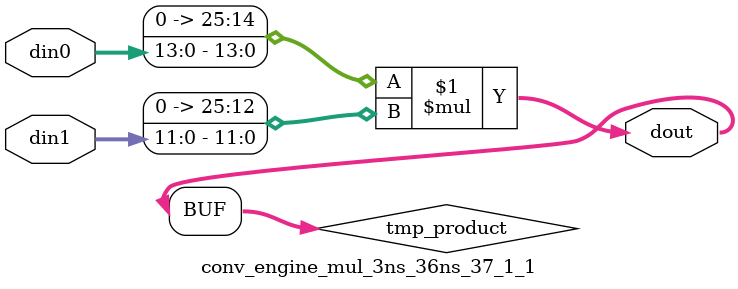
<source format=v>

`timescale 1 ns / 1 ps

 module conv_engine_mul_3ns_36ns_37_1_1(din0, din1, dout);
parameter ID = 1;
parameter NUM_STAGE = 0;
parameter din0_WIDTH = 14;
parameter din1_WIDTH = 12;
parameter dout_WIDTH = 26;

input [din0_WIDTH - 1 : 0] din0; 
input [din1_WIDTH - 1 : 0] din1; 
output [dout_WIDTH - 1 : 0] dout;

wire signed [dout_WIDTH - 1 : 0] tmp_product;
























assign tmp_product = $signed({1'b0, din0}) * $signed({1'b0, din1});











assign dout = tmp_product;





















endmodule

</source>
